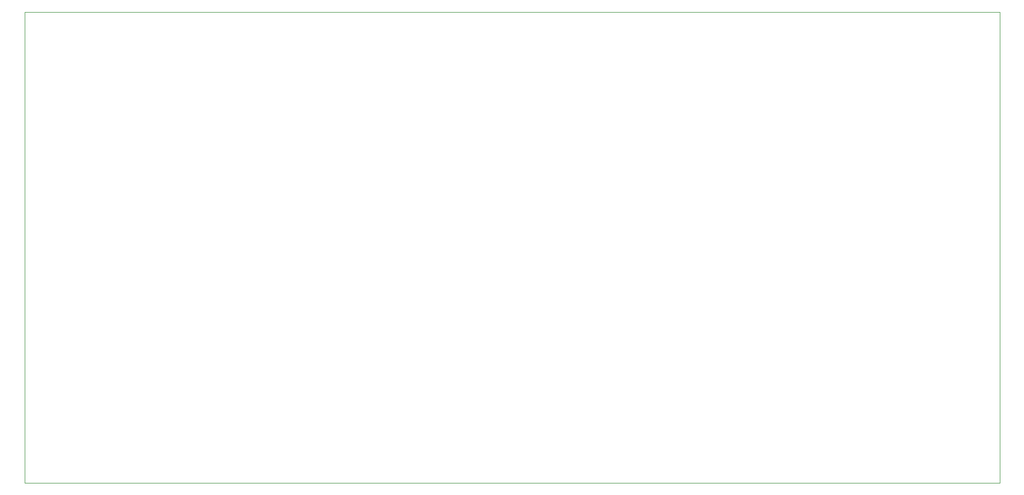
<source format=gm1>
G04 #@! TF.GenerationSoftware,KiCad,Pcbnew,8.0.3*
G04 #@! TF.CreationDate,2024-07-10T11:58:07-07:00*
G04 #@! TF.ProjectId,maveric-board,6d617665-7269-4632-9d62-6f6172642e6b,rev?*
G04 #@! TF.SameCoordinates,Original*
G04 #@! TF.FileFunction,Profile,NP*
%FSLAX46Y46*%
G04 Gerber Fmt 4.6, Leading zero omitted, Abs format (unit mm)*
G04 Created by KiCad (PCBNEW 8.0.3) date 2024-07-10 11:58:07*
%MOMM*%
%LPD*%
G01*
G04 APERTURE LIST*
G04 #@! TA.AperFunction,Profile*
%ADD10C,0.050000*%
G04 #@! TD*
G04 APERTURE END LIST*
D10*
X37000000Y-37000000D02*
X194000000Y-37000000D01*
X194000000Y-113000000D01*
X37000000Y-113000000D01*
X37000000Y-37000000D01*
M02*

</source>
